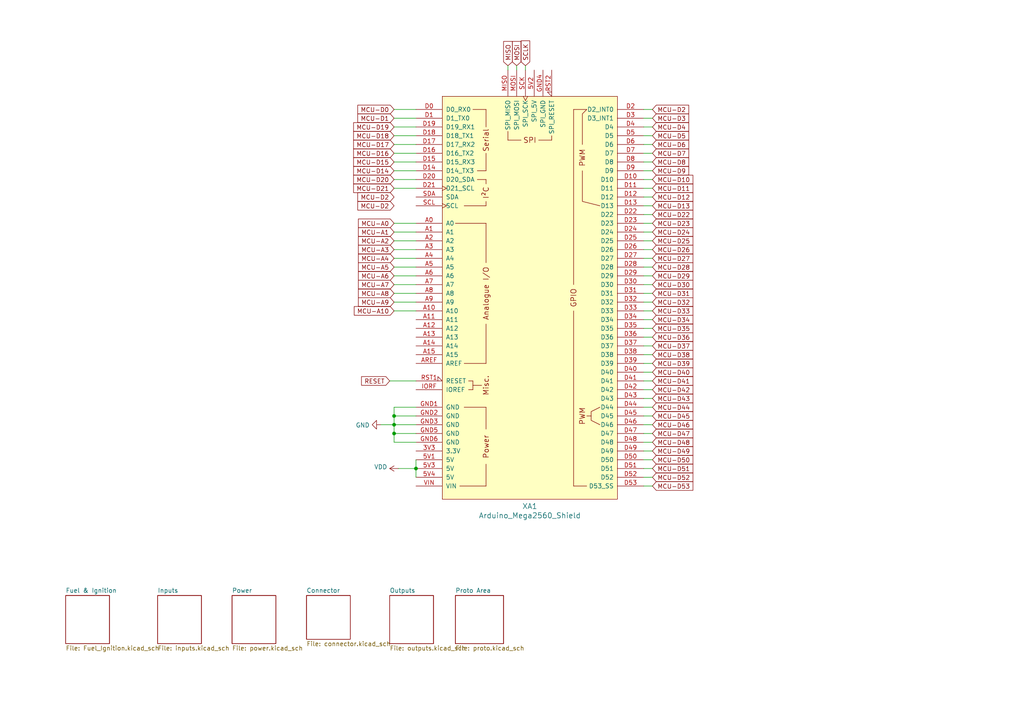
<source format=kicad_sch>
(kicad_sch (version 20230121) (generator eeschema)
  (paper "A4")
  (title_block (title "0.4") (date "2024-08-07") (rev "4e") (company "Speeduino") (comment 1 "Updated by Kenneth \"Cmdr_scotty\" Walters"))
  (lib_symbols
    (symbol "power:GND" (power) (pin_names (offset 0))
      (property "Value" "GND" (at 0 -3.81 0))
      (symbol "GND_0_1"
        (polyline (pts (xy 0 0) (xy 0 -1.27) (xy 1.27 -1.27) (xy 0 -2.54) (xy -1.27 -1.27) (xy 0 -1.27)))
      )
      (symbol "GND_1_1"
        (pin power_in line (at 0 0 270) (length 0) hide (name "GND") (number "1"))
      )
    )
    (symbol "power:VDD" (power) (pin_names (offset 0))
      (property "Value" "VDD" (at 0 3.81 0))
      (symbol "VDD_0_1"
        (polyline (pts (xy -0.762 1.27) (xy 0 2.54)))
        (polyline (pts (xy 0 0) (xy 0 2.54)))
        (polyline (pts (xy 0 2.54) (xy 0.762 1.27)))
      )
      (symbol "VDD_1_1"
        (pin power_in line (at 0 0 90) (length 0) hide (name "VDD") (number "1"))
      )
    )
    (symbol "v0.4.3e-rescue:Arduino_Mega2560_Shield-Arduino-v0.4.4c-rescue-v0.4.3d-rescue" (pin_names (offset 1.016))
      (property "Reference" "XA" (at 2.54 0 90))
      (property "Value" "v0.4.3d-rescue_Arduino_Mega2560_Shield-Arduino-v0.4.4c-rescue" (at -2.54 0 90))
      (symbol "Arduino_Mega2560_Shield-Arduino-v0.4.4c-rescue-v0.4.3d-rescue_0_0"
        (rectangle (start -25.4 -58.42) (end 25.4 58.42) (fill (type background)))
        (rectangle (start -20.32 -54.61) (end -12.7 -54.61))
        (rectangle (start -19.05 -31.75) (end -12.7 -31.75))
        (rectangle (start -19.05 -19.05) (end -12.7 -19.05))
        (rectangle (start -19.05 26.67) (end -12.7 26.67))
        (rectangle (start -17.78 -26.67) (end -16.51 -26.67))
        (rectangle (start -17.78 -24.13) (end -16.51 -24.13))
        (rectangle (start -16.51 -25.4) (end -13.97 -25.4))
        (rectangle (start -16.51 -24.13) (end -16.51 -26.67))
        (rectangle (start -16.51 54.61) (end -12.7 54.61))
        (rectangle (start -15.24 34.29) (end -12.7 34.29))
        (rectangle (start -15.24 36.83) (end -12.7 36.83))
        (rectangle (start -12.7 -54.61) (end -12.7 -48.26))
        (rectangle (start -12.7 -31.75) (end -12.7 -38.1))
        (rectangle (start -12.7 26.67) (end -12.7 27.94))
        (rectangle (start -12.7 34.29) (end -12.7 33.02))
        (rectangle (start -12.7 41.91) (end -12.7 36.83))
        (rectangle (start -12.7 49.53) (end -12.7 54.61))
        (rectangle (start -6.35 48.26) (end -6.35 45.72))
        (rectangle (start -2.54 45.72) (end -6.35 45.72))
        (polyline (pts (xy -21.59 21.59) (xy -12.7 21.59)))
        (polyline (pts (xy -12.7 -19.05) (xy -12.7 -7.62)))
        (polyline (pts (xy -12.7 10.16) (xy -12.7 21.59)))
        (polyline (pts (xy 12.7 -54.61) (xy 16.51 -54.61)))
        (polyline (pts (xy 12.7 54.61) (xy 16.51 54.61)))
        (polyline (pts (xy 17.78 -34.29) (xy 16.51 -34.29)))
        (polyline (pts (xy 15.24 36.83) (xy 15.24 27.94) (xy 20.32 26.67)))
        (polyline (pts (xy 15.24 44.45) (xy 15.24 53.34) (xy 16.51 54.61)))
        (polyline (pts (xy 20.32 -31.75) (xy 17.78 -33.02) (xy 17.78 -35.56) (xy 20.32 -36.83)))
        (rectangle (start 6.35 45.72) (end 2.54 45.72))
        (rectangle (start 6.35 46.99) (end 6.35 45.72))
        (text "Analogue I/O" (at -12.7 1.27 900) (effects (font (size 1.524 1.524))))
        (text "I²C" (at -12.7 30.48 900) (effects (font (size 1.524 1.524))))
        (text "Misc." (at -12.7 -25.4 900) (effects (font (size 1.524 1.524))))
        (text "Power" (at -12.7 -43.18 900) (effects (font (size 1.524 1.524))))
        (text "PWM" (at 15.24 -34.29 900) (effects (font (size 1.524 1.524))))
        (text "PWM" (at 15.24 40.64 900) (effects (font (size 1.524 1.524))))
        (text "Serial" (at -12.7 45.72 900) (effects (font (size 1.524 1.524))))
        (text "SPI" (at 0 45.72 0) (effects (font (size 1.524 1.524))))
      )
      (symbol "Arduino_Mega2560_Shield-Arduino-v0.4.4c-rescue-v0.4.3d-rescue_1_0"
        (rectangle (start 12.7 -54.61) (end 12.7 -3.81))
        (rectangle (start 12.7 54.61) (end 12.7 3.81))
        (text "GPIO" (at 12.7 0 900) (effects (font (size 1.524 1.524))))
      )
      (symbol "Arduino_Mega2560_Shield-Arduino-v0.4.4c-rescue-v0.4.3d-rescue_1_1"
        (pin power_in line (at -33.02 -44.45 0) (length 7.62) (name "3.3V") (number "3V3"))
        (pin power_in line (at -33.02 -46.99 0) (length 7.62) (name "5V") (number "5V1"))
        (pin power_in line (at 1.27 66.04 270) (length 7.62) (name "SPI_5V") (number "5V2"))
        (pin power_in line (at -33.02 -49.53 0) (length 7.62) (name "5V") (number "5V3"))
        (pin power_in line (at -33.02 -52.07 0) (length 7.62) (name "5V") (number "5V4"))
        (pin bidirectional line (at -33.02 21.59 0) (length 7.62) (name "A0") (number "A0"))
        (pin bidirectional line (at -33.02 19.05 0) (length 7.62) (name "A1") (number "A1"))
        (pin bidirectional line (at -33.02 -3.81 0) (length 7.62) (name "A10") (number "A10"))
        (pin bidirectional line (at -33.02 -6.35 0) (length 7.62) (name "A11") (number "A11"))
        (pin bidirectional line (at -33.02 -8.89 0) (length 7.62) (name "A12") (number "A12"))
        (pin bidirectional line (at -33.02 -11.43 0) (length 7.62) (name "A13") (number "A13"))
        (pin bidirectional line (at -33.02 -13.97 0) (length 7.62) (name "A14") (number "A14"))
        (pin bidirectional line (at -33.02 -16.51 0) (length 7.62) (name "A15") (number "A15"))
        (pin bidirectional line (at -33.02 16.51 0) (length 7.62) (name "A2") (number "A2"))
        (pin bidirectional line (at -33.02 13.97 0) (length 7.62) (name "A3") (number "A3"))
        (pin bidirectional line (at -33.02 11.43 0) (length 7.62) (name "A4") (number "A4"))
        (pin bidirectional line (at -33.02 8.89 0) (length 7.62) (name "A5") (number "A5"))
        (pin bidirectional line (at -33.02 6.35 0) (length 7.62) (name "A6") (number "A6"))
        (pin bidirectional line (at -33.02 3.81 0) (length 7.62) (name "A7") (number "A7"))
        (pin bidirectional line (at -33.02 1.27 0) (length 7.62) (name "A8") (number "A8"))
        (pin bidirectional line (at -33.02 -1.27 0) (length 7.62) (name "A9") (number "A9"))
        (pin input line (at -33.02 -19.05 0) (length 7.62) (name "AREF") (number "AREF"))
        (pin bidirectional line (at -33.02 54.61 0) (length 7.62) (name "D0_RX0") (number "D0"))
        (pin bidirectional line (at -33.02 52.07 0) (length 7.62) (name "D1_TX0") (number "D1"))
        (pin bidirectional line (at 33.02 34.29 180) (length 7.62) (name "D10") (number "D10"))
        (pin bidirectional line (at 33.02 31.75 180) (length 7.62) (name "D11") (number "D11"))
        (pin bidirectional line (at 33.02 29.21 180) (length 7.62) (name "D12") (number "D12"))
        (pin bidirectional line (at 33.02 26.67 180) (length 7.62) (name "D13") (number "D13"))
        (pin bidirectional line (at -33.02 36.83 0) (length 7.62) (name "D14_TX3") (number "D14"))
        (pin bidirectional line (at -33.02 39.37 0) (length 7.62) (name "D15_RX3") (number "D15"))
        (pin bidirectional line (at -33.02 41.91 0) (length 7.62) (name "D16_TX2") (number "D16"))
        (pin bidirectional line (at -33.02 44.45 0) (length 7.62) (name "D17_RX2") (number "D17"))
        (pin bidirectional line (at -33.02 46.99 0) (length 7.62) (name "D18_TX1") (number "D18"))
        (pin bidirectional line (at -33.02 49.53 0) (length 7.62) (name "D19_RX1") (number "D19"))
        (pin bidirectional line (at 33.02 54.61 180) (length 7.62) (name "D2_INT0") (number "D2"))
        (pin bidirectional line (at -33.02 34.29 0) (length 7.62) (name "D20_SDA") (number "D20"))
        (pin bidirectional clock (at -33.02 31.75 0) (length 7.62) (name "D21_SCL") (number "D21"))
        (pin bidirectional line (at 33.02 24.13 180) (length 7.62) (name "D22") (number "D22"))
        (pin bidirectional line (at 33.02 21.59 180) (length 7.62) (name "D23") (number "D23"))
        (pin bidirectional line (at 33.02 19.05 180) (length 7.62) (name "D24") (number "D24"))
        (pin bidirectional line (at 33.02 16.51 180) (length 7.62) (name "D25") (number "D25"))
        (pin bidirectional line (at 33.02 13.97 180) (length 7.62) (name "D26") (number "D26"))
        (pin bidirectional line (at 33.02 11.43 180) (length 7.62) (name "D27") (number "D27"))
        (pin bidirectional line (at 33.02 8.89 180) (length 7.62) (name "D28") (number "D28"))
        (pin bidirectional line (at 33.02 6.35 180) (length 7.62) (name "D29") (number "D29"))
        (pin bidirectional line (at 33.02 52.07 180) (length 7.62) (name "D3_INT1") (number "D3"))
        (pin bidirectional line (at 33.02 3.81 180) (length 7.62) (name "D30") (number "D30"))
        (pin bidirectional line (at 33.02 1.27 180) (length 7.62) (name "D31") (number "D31"))
        (pin bidirectional line (at 33.02 -1.27 180) (length 7.62) (name "D32") (number "D32"))
        (pin bidirectional line (at 33.02 -3.81 180) (length 7.62) (name "D33") (number "D33"))
        (pin bidirectional line (at 33.02 -6.35 180) (length 7.62) (name "D34") (number "D34"))
        (pin bidirectional line (at 33.02 -8.89 180) (length 7.62) (name "D35") (number "D35"))
        (pin bidirectional line (at 33.02 -11.43 180) (length 7.62) (name "D36") (number "D36"))
        (pin bidirectional line (at 33.02 -13.97 180) (length 7.62) (name "D37") (number "D37"))
        (pin bidirectional line (at 33.02 -16.51 180) (length 7.62) (name "D38") (number "D38"))
        (pin bidirectional line (at 33.02 -19.05 180) (length 7.62) (name "D39") (number "D39"))
        (pin bidirectional line (at 33.02 49.53 180) (length 7.62) (name "D4") (number "D4"))
        (pin bidirectional line (at 33.02 -21.59 180) (length 7.62) (name "D40") (number "D40"))
        (pin bidirectional line (at 33.02 -24.13 180) (length 7.62) (name "D41") (number "D41"))
        (pin bidirectional line (at 33.02 -26.67 180) (length 7.62) (name "D42") (number "D42"))
        (pin bidirectional line (at 33.02 -29.21 180) (length 7.62) (name "D43") (number "D43"))
        (pin bidirectional line (at 33.02 -31.75 180) (length 7.62) (name "D44") (number "D44"))
        (pin bidirectional line (at 33.02 -34.29 180) (length 7.62) (name "D45") (number "D45"))
        (pin bidirectional line (at 33.02 -36.83 180) (length 7.62) (name "D46") (number "D46"))
        (pin bidirectional line (at 33.02 -39.37 180) (length 7.62) (name "D47") (number "D47"))
        (pin bidirectional line (at 33.02 -41.91 180) (length 7.62) (name "D48") (number "D48"))
        (pin bidirectional line (at 33.02 -44.45 180) (length 7.62) (name "D49") (number "D49"))
        (pin bidirectional line (at 33.02 46.99 180) (length 7.62) (name "D5") (number "D5"))
        (pin bidirectional line (at 33.02 -46.99 180) (length 7.62) (name "D50") (number "D50"))
        (pin bidirectional line (at 33.02 -49.53 180) (length 7.62) (name "D51") (number "D51"))
        (pin bidirectional line (at 33.02 -52.07 180) (length 7.62) (name "D52") (number "D52"))
        (pin bidirectional line (at 33.02 -54.61 180) (length 7.62) (name "D53_SS") (number "D53"))
        (pin bidirectional line (at 33.02 44.45 180) (length 7.62) (name "D6") (number "D6"))
        (pin bidirectional line (at 33.02 41.91 180) (length 7.62) (name "D7") (number "D7"))
        (pin bidirectional line (at 33.02 39.37 180) (length 7.62) (name "D8") (number "D8"))
        (pin bidirectional line (at 33.02 36.83 180) (length 7.62) (name "D9") (number "D9"))
        (pin power_in line (at -33.02 -31.75 0) (length 7.62) (name "GND") (number "GND1"))
        (pin power_in line (at -33.02 -34.29 0) (length 7.62) (name "GND") (number "GND2"))
        (pin power_in line (at -33.02 -36.83 0) (length 7.62) (name "GND") (number "GND3"))
        (pin power_in line (at 3.81 66.04 270) (length 7.62) (name "SPI_GND") (number "GND4"))
        (pin power_in line (at -33.02 -39.37 0) (length 7.62) (name "GND") (number "GND5"))
        (pin power_in line (at -33.02 -41.91 0) (length 7.62) (name "GND") (number "GND6"))
        (pin output line (at -33.02 -26.67 0) (length 7.62) (name "IOREF") (number "IORF"))
        (pin input line (at -6.35 66.04 270) (length 7.62) (name "SPI_MISO") (number "MISO"))
        (pin output line (at -3.81 66.04 270) (length 7.62) (name "SPI_MOSI") (number "MOSI"))
        (pin open_collector input_low (at -33.02 -24.13 0) (length 7.62) (name "RESET") (number "RST1"))
        (pin open_collector input_low (at 6.35 66.04 270) (length 7.62) (name "SPI_RESET") (number "RST2"))
        (pin output clock (at -1.27 66.04 270) (length 7.62) (name "SPI_SCK") (number "SCK"))
        (pin bidirectional clock (at -33.02 26.67 0) (length 7.62) (name "SCL") (number "SCL"))
        (pin bidirectional line (at -33.02 29.21 0) (length 7.62) (name "SDA") (number "SDA"))
        (pin power_in line (at -33.02 -54.61 0) (length 7.62) (name "VIN") (number "VIN"))
      )
    )
  )
  (junction (at 114.3 123.19))
  (junction (at 114.3 125.73))
  (junction (at 114.3 120.65))
  (junction (at 120.65 135.89))
  (wire (pts (xy 120.65 34.29) (xy 114.3 34.29)))
  (wire (pts (xy 189.23 118.11) (xy 186.69 118.11)))
  (wire (pts (xy 120.65 123.19) (xy 114.3 123.19)))
  (wire (pts (xy 114.3 52.07) (xy 120.65 52.07)))
  (wire (pts (xy 114.3 72.39) (xy 120.65 72.39)))
  (wire (pts (xy 120.65 133.35) (xy 120.65 135.89)))
  (wire (pts (xy 113.03 110.49) (xy 120.65 110.49)))
  (wire (pts (xy 189.23 54.61) (xy 186.69 54.61)))
  (wire (pts (xy 189.23 67.31) (xy 186.69 67.31)))
  (wire (pts (xy 189.23 62.23) (xy 186.69 62.23)))
  (wire (pts (xy 189.23 138.43) (xy 186.69 138.43)))
  (wire (pts (xy 114.3 82.55) (xy 120.65 82.55)))
  (wire (pts (xy 120.65 69.85) (xy 114.3 69.85)))
  (wire (pts (xy 149.86 19.05) (xy 149.86 20.32)))
  (wire (pts (xy 189.23 82.55) (xy 186.69 82.55)))
  (wire (pts (xy 189.23 92.71) (xy 186.69 92.71)))
  (wire (pts (xy 189.23 39.37) (xy 186.69 39.37)))
  (wire (pts (xy 120.65 118.11) (xy 114.3 118.11)))
  (wire (pts (xy 120.65 39.37) (xy 114.3 39.37)))
  (wire (pts (xy 186.69 120.65) (xy 189.23 120.65)))
  (wire (pts (xy 189.23 128.27) (xy 186.69 128.27)))
  (wire (pts (xy 114.3 125.73) (xy 114.3 123.19)))
  (wire (pts (xy 186.69 36.83) (xy 189.23 36.83)))
  (wire (pts (xy 189.23 113.03) (xy 186.69 113.03)))
  (wire (pts (xy 189.23 133.35) (xy 186.69 133.35)))
  (wire (pts (xy 186.69 52.07) (xy 189.23 52.07)))
  (wire (pts (xy 114.3 46.99) (xy 120.65 46.99)))
  (wire (pts (xy 114.3 64.77) (xy 120.65 64.77)))
  (wire (pts (xy 120.65 80.01) (xy 114.3 80.01)))
  (wire (pts (xy 189.23 59.69) (xy 186.69 59.69)))
  (wire (pts (xy 186.69 69.85) (xy 189.23 69.85)))
  (wire (pts (xy 186.69 135.89) (xy 189.23 135.89)))
  (wire (pts (xy 114.3 41.91) (xy 120.65 41.91)))
  (wire (pts (xy 189.23 72.39) (xy 186.69 72.39)))
  (wire (pts (xy 120.65 138.43) (xy 120.65 135.89)))
  (wire (pts (xy 186.69 110.49) (xy 189.23 110.49)))
  (wire (pts (xy 186.69 90.17) (xy 189.23 90.17)))
  (wire (pts (xy 186.69 115.57) (xy 189.23 115.57)))
  (wire (pts (xy 147.32 19.05) (xy 147.32 20.32)))
  (wire (pts (xy 120.65 90.17) (xy 114.3 90.17)))
  (wire (pts (xy 189.23 102.87) (xy 186.69 102.87)))
  (wire (pts (xy 186.69 105.41) (xy 189.23 105.41)))
  (wire (pts (xy 120.65 74.93) (xy 114.3 74.93)))
  (wire (pts (xy 114.3 87.63) (xy 120.65 87.63)))
  (wire (pts (xy 114.3 31.75) (xy 120.65 31.75)))
  (wire (pts (xy 186.69 130.81) (xy 189.23 130.81)))
  (wire (pts (xy 186.69 95.25) (xy 189.23 95.25)))
  (wire (pts (xy 186.69 41.91) (xy 189.23 41.91)))
  (wire (pts (xy 114.3 67.31) (xy 120.65 67.31)))
  (wire (pts (xy 186.69 74.93) (xy 189.23 74.93)))
  (wire (pts (xy 120.65 54.61) (xy 114.3 54.61)))
  (wire (pts (xy 152.4 19.05) (xy 152.4 20.32)))
  (wire (pts (xy 186.69 46.99) (xy 189.23 46.99)))
  (wire (pts (xy 189.23 87.63) (xy 186.69 87.63)))
  (wire (pts (xy 120.65 44.45) (xy 114.3 44.45)))
  (wire (pts (xy 186.69 85.09) (xy 189.23 85.09)))
  (wire (pts (xy 120.65 120.65) (xy 114.3 120.65)))
  (wire (pts (xy 186.69 125.73) (xy 189.23 125.73)))
  (wire (pts (xy 114.3 123.19) (xy 110.49 123.19)))
  (wire (pts (xy 120.65 128.27) (xy 114.3 128.27)))
  (wire (pts (xy 186.69 57.15) (xy 189.23 57.15)))
  (wire (pts (xy 120.65 49.53) (xy 114.3 49.53)))
  (wire (pts (xy 114.3 77.47) (xy 120.65 77.47)))
  (wire (pts (xy 120.65 125.73) (xy 114.3 125.73)))
  (wire (pts (xy 189.23 77.47) (xy 186.69 77.47)))
  (wire (pts (xy 186.69 80.01) (xy 189.23 80.01)))
  (wire (pts (xy 186.69 31.75) (xy 189.23 31.75)))
  (wire (pts (xy 120.65 85.09) (xy 114.3 85.09)))
  (wire (pts (xy 186.69 140.97) (xy 189.23 140.97)))
  (wire (pts (xy 114.3 128.27) (xy 114.3 125.73)))
  (wire (pts (xy 115.57 135.89) (xy 120.65 135.89)))
  (wire (pts (xy 114.3 118.11) (xy 114.3 120.65)))
  (wire (pts (xy 189.23 97.79) (xy 186.69 97.79)))
  (wire (pts (xy 186.69 64.77) (xy 189.23 64.77)))
  (wire (pts (xy 189.23 107.95) (xy 186.69 107.95)))
  (wire (pts (xy 186.69 100.33) (xy 189.23 100.33)))
  (wire (pts (xy 114.3 36.83) (xy 120.65 36.83)))
  (wire (pts (xy 189.23 34.29) (xy 186.69 34.29)))
  (wire (pts (xy 114.3 120.65) (xy 114.3 123.19)))
  (wire (pts (xy 189.23 44.45) (xy 186.69 44.45)))
  (wire (pts (xy 189.23 123.19) (xy 186.69 123.19)))
  (wire (pts (xy 189.23 49.53) (xy 186.69 49.53)))
  (global_label "MOSI" (shape input) (at 149.86 19.05 90) (property "Intersheetrefs" "${INTERSHEET_REFS}" (effects hide)))
  (global_label "MCU-D17" (shape input) (at 114.3 41.91 180) (property "Intersheetrefs" "${INTERSHEET_REFS}" (effects hide)))
  (global_label "MCU-D5" (shape input) (at 189.23 39.37 0) (property "Intersheetrefs" "${INTERSHEET_REFS}" (effects hide)))
  (global_label "MCU-D47" (shape input) (at 189.23 125.73 0) (property "Intersheetrefs" "${INTERSHEET_REFS}" (effects hide)))
  (global_label "MCU-D33" (shape input) (at 189.23 90.17 0) (property "Intersheetrefs" "${INTERSHEET_REFS}" (effects hide)))
  (global_label "MISO" (shape input) (at 147.32 19.05 90) (property "Intersheetrefs" "${INTERSHEET_REFS}" (effects hide)))
  (global_label "MCU-A2" (shape input) (at 114.3 69.85 180) (property "Intersheetrefs" "${INTERSHEET_REFS}" (effects hide)))
  (global_label "MCU-D0" (shape input) (at 114.3 31.75 180) (property "Intersheetrefs" "${INTERSHEET_REFS}" (effects hide)))
  (global_label "MCU-D16" (shape input) (at 114.3 44.45 180) (property "Intersheetrefs" "${INTERSHEET_REFS}" (effects hide)))
  (global_label "MCU-D11" (shape input) (at 189.23 54.61 0) (property "Intersheetrefs" "${INTERSHEET_REFS}" (effects hide)))
  (global_label "MCU-D45" (shape input) (at 189.23 120.65 0) (property "Intersheetrefs" "${INTERSHEET_REFS}" (effects hide)))
  (global_label "MCU-A7" (shape input) (at 114.3 82.55 180) (property "Intersheetrefs" "${INTERSHEET_REFS}" (effects hide)))
  (global_label "MCU-A4" (shape input) (at 114.3 74.93 180) (property "Intersheetrefs" "${INTERSHEET_REFS}" (effects hide)))
  (global_label "MCU-D27" (shape input) (at 189.23 74.93 0) (property "Intersheetrefs" "${INTERSHEET_REFS}" (effects hide)))
  (global_label "MCU-D37" (shape input) (at 189.23 100.33 0) (property "Intersheetrefs" "${INTERSHEET_REFS}" (effects hide)))
  (global_label "SCLK" (shape input) (at 152.4 19.05 90) (property "Intersheetrefs" "${INTERSHEET_REFS}" (effects hide)))
  (global_label "MCU-D46" (shape input) (at 189.23 123.19 0) (property "Intersheetrefs" "${INTERSHEET_REFS}" (effects hide)))
  (global_label "MCU-D26" (shape input) (at 189.23 72.39 0) (property "Intersheetrefs" "${INTERSHEET_REFS}" (effects hide)))
  (global_label "MCU-D13" (shape input) (at 189.23 59.69 0) (property "Intersheetrefs" "${INTERSHEET_REFS}" (effects hide)))
  (global_label "MCU-D50" (shape input) (at 189.23 133.35 0) (property "Intersheetrefs" "${INTERSHEET_REFS}" (effects hide)))
  (global_label "MCU-D18" (shape input) (at 114.3 39.37 180) (property "Intersheetrefs" "${INTERSHEET_REFS}" (effects hide)))
  (global_label "MCU-D22" (shape input) (at 189.23 62.23 0) (property "Intersheetrefs" "${INTERSHEET_REFS}" (effects hide)))
  (global_label "MCU-A3" (shape input) (at 114.3 72.39 180) (property "Intersheetrefs" "${INTERSHEET_REFS}" (effects hide)))
  (global_label "MCU-A8" (shape input) (at 114.3 85.09 180) (property "Intersheetrefs" "${INTERSHEET_REFS}" (effects hide)))
  (global_label "RESET" (shape input) (at 113.03 110.49 180) (property "Intersheetrefs" "${INTERSHEET_REFS}" (effects hide)))
  (global_label "MCU-D40" (shape input) (at 189.23 107.95 0) (property "Intersheetrefs" "${INTERSHEET_REFS}" (effects hide)))
  (global_label "MCU-D32" (shape input) (at 189.23 87.63 0) (property "Intersheetrefs" "${INTERSHEET_REFS}" (effects hide)))
  (global_label "MCU-D8" (shape input) (at 189.23 46.99 0) (property "Intersheetrefs" "${INTERSHEET_REFS}" (effects hide)))
  (global_label "MCU-D24" (shape input) (at 189.23 67.31 0) (property "Intersheetrefs" "${INTERSHEET_REFS}" (effects hide)))
  (global_label "MCU-D51" (shape input) (at 189.23 135.89 0) (property "Intersheetrefs" "${INTERSHEET_REFS}" (effects hide)))
  (global_label "MCU-A9" (shape input) (at 114.3 87.63 180) (property "Intersheetrefs" "${INTERSHEET_REFS}" (effects hide)))
  (global_label "MCU-D21" (shape input) (at 114.3 54.61 180) (property "Intersheetrefs" "${INTERSHEET_REFS}" (effects hide)))
  (global_label "MCU-D1" (shape input) (at 114.3 34.29 180) (property "Intersheetrefs" "${INTERSHEET_REFS}" (effects hide)))
  (global_label "MCU-D38" (shape input) (at 189.23 102.87 0) (property "Intersheetrefs" "${INTERSHEET_REFS}" (effects hide)))
  (global_label "MCU-D42" (shape input) (at 189.23 113.03 0) (property "Intersheetrefs" "${INTERSHEET_REFS}" (effects hide)))
  (global_label "MCU-D25" (shape input) (at 189.23 69.85 0) (property "Intersheetrefs" "${INTERSHEET_REFS}" (effects hide)))
  (global_label "MCU-D39" (shape input) (at 189.23 105.41 0) (property "Intersheetrefs" "${INTERSHEET_REFS}" (effects hide)))
  (global_label "MCU-D53" (shape input) (at 189.23 140.97 0) (property "Intersheetrefs" "${INTERSHEET_REFS}" (effects hide)))
  (global_label "MCU-D12" (shape input) (at 189.23 57.15 0) (property "Intersheetrefs" "${INTERSHEET_REFS}" (effects hide)))
  (global_label "MCU-D15" (shape input) (at 114.3 46.99 180) (property "Intersheetrefs" "${INTERSHEET_REFS}" (effects hide)))
  (global_label "MCU-A1" (shape input) (at 114.3 67.31 180) (property "Intersheetrefs" "${INTERSHEET_REFS}" (effects hide)))
  (global_label "MCU-D41" (shape input) (at 189.23 110.49 0) (property "Intersheetrefs" "${INTERSHEET_REFS}" (effects hide)))
  (global_label "MCU-D19" (shape input) (at 114.3 36.83 180) (property "Intersheetrefs" "${INTERSHEET_REFS}" (effects hide)))
  (global_label "MCU-D7" (shape input) (at 189.23 44.45 0) (property "Intersheetrefs" "${INTERSHEET_REFS}" (effects hide)))
  (global_label "MCU-A6" (shape input) (at 114.3 80.01 180) (property "Intersheetrefs" "${INTERSHEET_REFS}" (effects hide)))
  (global_label "MCU-D2" (shape input) (at 114.3 59.69 180) (property "Intersheetrefs" "${INTERSHEET_REFS}" (effects hide)))
  (global_label "MCU-D29" (shape input) (at 189.23 80.01 0) (property "Intersheetrefs" "${INTERSHEET_REFS}" (effects hide)))
  (global_label "MCU-D4" (shape input) (at 189.23 36.83 0) (property "Intersheetrefs" "${INTERSHEET_REFS}" (effects hide)))
  (global_label "MCU-D34" (shape input) (at 189.23 92.71 0) (property "Intersheetrefs" "${INTERSHEET_REFS}" (effects hide)))
  (global_label "MCU-A0" (shape input) (at 114.3 64.77 180) (property "Intersheetrefs" "${INTERSHEET_REFS}" (effects hide)))
  (global_label "MCU-D2" (shape input) (at 189.23 31.75 0) (property "Intersheetrefs" "${INTERSHEET_REFS}" (effects hide)))
  (global_label "MCU-D3" (shape input) (at 189.23 34.29 0) (property "Intersheetrefs" "${INTERSHEET_REFS}" (effects hide)))
  (global_label "MCU-D14" (shape input) (at 114.3 49.53 180) (property "Intersheetrefs" "${INTERSHEET_REFS}" (effects hide)))
  (global_label "MCU-D35" (shape input) (at 189.23 95.25 0) (property "Intersheetrefs" "${INTERSHEET_REFS}" (effects hide)))
  (global_label "MCU-D30" (shape input) (at 189.23 82.55 0) (property "Intersheetrefs" "${INTERSHEET_REFS}" (effects hide)))
  (global_label "MCU-D43" (shape input) (at 189.23 115.57 0) (property "Intersheetrefs" "${INTERSHEET_REFS}" (effects hide)))
  (global_label "MCU-D44" (shape input) (at 189.23 118.11 0) (property "Intersheetrefs" "${INTERSHEET_REFS}" (effects hide)))
  (global_label "MCU-A10" (shape input) (at 114.3 90.17 180) (property "Intersheetrefs" "${INTERSHEET_REFS}" (effects hide)))
  (global_label "MCU-D28" (shape input) (at 189.23 77.47 0) (property "Intersheetrefs" "${INTERSHEET_REFS}" (effects hide)))
  (global_label "MCU-D48" (shape input) (at 189.23 128.27 0) (property "Intersheetrefs" "${INTERSHEET_REFS}" (effects hide)))
  (global_label "MCU-D52" (shape input) (at 189.23 138.43 0) (property "Intersheetrefs" "${INTERSHEET_REFS}" (effects hide)))
  (global_label "MCU-D6" (shape input) (at 189.23 41.91 0) (property "Intersheetrefs" "${INTERSHEET_REFS}" (effects hide)))
  (global_label "MCU-D36" (shape input) (at 189.23 97.79 0) (property "Intersheetrefs" "${INTERSHEET_REFS}" (effects hide)))
  (global_label "MCU-D23" (shape input) (at 189.23 64.77 0) (property "Intersheetrefs" "${INTERSHEET_REFS}" (effects hide)))
  (global_label "MCU-D9" (shape input) (at 189.23 49.53 0) (property "Intersheetrefs" "${INTERSHEET_REFS}" (effects hide)))
  (global_label "MCU-D49" (shape input) (at 189.23 130.81 0) (property "Intersheetrefs" "${INTERSHEET_REFS}" (effects hide)))
  (global_label "MCU-A5" (shape input) (at 114.3 77.47 180) (property "Intersheetrefs" "${INTERSHEET_REFS}" (effects hide)))
  (global_label "MCU-D31" (shape input) (at 189.23 85.09 0) (property "Intersheetrefs" "${INTERSHEET_REFS}" (effects hide)))
  (global_label "MCU-D2" (shape input) (at 114.3 57.15 180) (property "Intersheetrefs" "${INTERSHEET_REFS}" (effects hide)))
  (global_label "MCU-D20" (shape input) (at 114.3 52.07 180) (property "Intersheetrefs" "${INTERSHEET_REFS}" (effects hide)))
  (global_label "MCU-D10" (shape input) (at 189.23 52.07 0) (property "Intersheetrefs" "${INTERSHEET_REFS}" (effects hide)))
  (symbol (lib_id "v0.4.3e-rescue:Arduino_Mega2560_Shield-Arduino-v0.4.4c-rescue-v0.4.3d-rescue") (at 153.67 86.36 0) (unit 1)
    (property "Reference" "XA1" (at 153.67 146.8374 0) (effects (font (size 1.524 1.524))))
    (property "Value" "Arduino_Mega2560_Shield" (at 153.67 149.5298 0) (effects (font (size 1.524 1.524))))
    (property "Footprint" "Shields:Arduino_Mega2560_Shield_IO_Only" (effects hide))
  )
  (symbol (lib_id "power:GND") (at 110.49 123.19 270) (unit 1)
    (property "Reference" "#PWR01" (effects hide))
    (property "Value" "GND" (at 107.2388 123.317 90) (effects (justify right)))
  )
  (symbol (lib_id "power:VDD") (at 115.57 135.89 90) (unit 1)
    (property "Reference" "#PWR02" (effects hide))
    (property "Value" "VDD" (at 112.3442 135.4328 90) (effects (justify left)))
  )
  (sheet (at 19.05 172.72) (size 12.7 13.97)
    (property "Sheetname" "Fuel & Ignition" (at 19.05 172.0084 0) (effects (justify left bottom)))
    (property "Sheetfile" "Fuel_Ignition.kicad_sch" (at 19.05 187.2746 0) (effects (justify left top)))
  )
  (sheet (at 45.72 172.72) (size 12.7 13.97)
    (property "Sheetname" "Inputs" (at 45.72 172.0084 0) (effects (justify left bottom)))
    (property "Sheetfile" "inputs.kicad_sch" (at 45.72 187.2746 0) (effects (justify left top)))
  )
  (sheet (at 67.31 172.72) (size 12.7 13.97)
    (property "Sheetname" "Power" (at 67.31 172.0084 0) (effects (justify left bottom)))
    (property "Sheetfile" "power.kicad_sch" (at 67.31 187.2746 0) (effects (justify left top)))
  )
  (sheet (at 88.9 172.72) (size 12.7 12.7)
    (property "Sheetname" "Connector" (at 88.9 172.0084 0) (effects (justify left bottom)))
    (property "Sheetfile" "connector.kicad_sch" (at 88.9 186.0046 0) (effects (justify left top)))
  )
  (sheet (at 113.03 172.72) (size 12.7 13.97)
    (property "Sheetname" "Outputs" (at 113.03 172.0084 0) (effects (justify left bottom)))
    (property "Sheetfile" "outputs.kicad_sch" (at 113.03 187.2746 0) (effects (justify left top)))
  )
  (sheet (at 132.08 172.72) (size 13.97 13.97)
    (property "Sheetname" "Proto Area" (at 132.08 172.0084 0) (effects (justify left bottom)))
    (property "Sheetfile" "proto.kicad_sch" (at 132.08 187.2746 0) (effects (justify left top)))
  )
)
</source>
